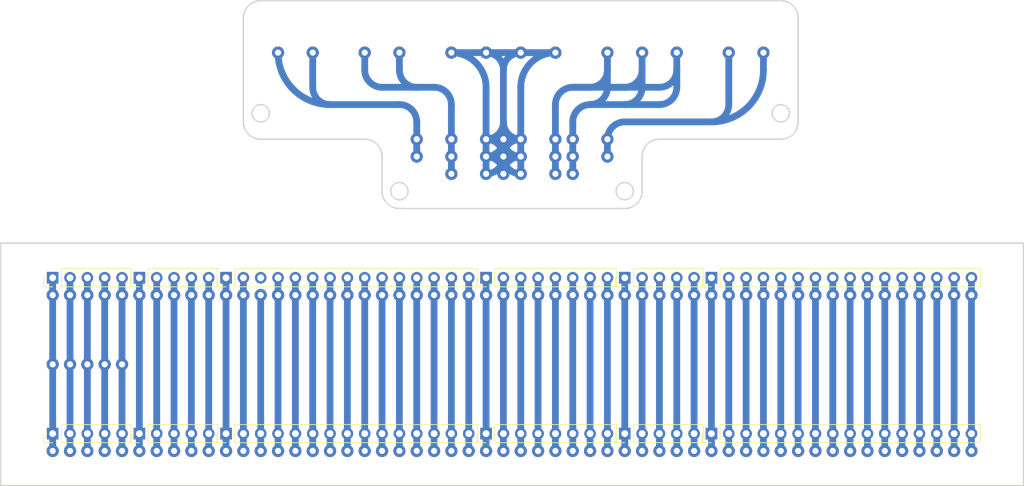
<source format=kicad_pcb>
(kicad_pcb (version 20241229) (generator "pcbnew") (generator_version "9.0")
  (layers (0 "F.Cu" signal) (2 "B.Cu" signal) (13 "F.Paste" user) (15 "B.Paste" user) (5 "F.SilkS" user "F.Silkscreen") (7 "B.SilkS" user "B.Silkscreen") (1 "F.Mask" user) (3 "B.Mask" user) (25 "Edge.Cuts" user))
  (net 0 "")
  (net 1 "/AD15")
  (net 2 "/AD2")
  (net 3 "/AD1")
  (net 4 "/AD8")
  (net 5 "/AD3")
  (net 6 "/AD14")
  (net 7 "/AD5")
  (net 8 "/AD10")
  (net 9 "/AD7")
  (net 10 "/AD9")
  (net 11 "/AD6")
  (net 12 "/AD4")
  (net 13 "/{slash}MEMIN")
  (net 14 "/HOLDA")
  (net 15 "/DBIN")
  (net 16 "/{slash}HOLD")
  (net 17 "/{slash}RESET")
  (net 18 "/READY")
  (net 19 "/WAIT")
  (net 20 "/{slash}WE")
  (net 21 "/AD13")
  (net 22 "/DA7")
  (net 23 "/DA6")
  (net 24 "/DA3")
  (net 25 "/DA8")
  (net 26 "/AD11")
  (net 27 "/AD12")
  (net 28 "/DA13")
  (net 29 "/DA10")
  (net 30 "/DA15")
  (net 31 "/DA5")
  (net 32 "/DA2")
  (net 33 "/DA12")
  (net 34 "/DA1")
  (net 35 "/DA9")
  (net 36 "/DA4")
  (net 37 "/DA11")
  (net 38 "/DA0")
  (net 39 "/IC3")
  (net 40 "/DA14")
  (net 41 "/IC1")
  (net 42 "Net-(J32-Pin_1)")
  (net 43 "Net-(J32-Pin_2)")
  (net 44 "/IRQ")
  (net 45 "Net-(J32-Pin_4)")
  (net 46 "Net-(J32-Pin_3)")
  (net 47 "Net-(J32-Pin_5)")
  (net 48 "/IC0")
  (net 49 "/IC2")
  (net 50 "unconnected-(J31-Pin_1-Pad1)")
  (net 51 "unconnected-(J31-Pin_2-Pad2)")
  (net 52 "unconnected-(J31-Pin_3-Pad3)")
  (net 53 "unconnected-(J31-Pin_4-Pad4)")
  (net 54 "unconnected-(J31-Pin_5-Pad5)")
  (footprint "Connector_PinHeader_2.54mm:PinHeader_1x05_P2.54mm_Vertical" (layer "F.Cu") (at 142.24 106.68 90)
    (property "Reference" "J26" (hide yes))
    (property "Value" "Conn_01x05_Pin" (hide yes))
    (fp_line (start -1.33 -1.33) (end 0 -1.33) (stroke (width 0.12)) (layer "F.SilkS"))
    (fp_line (start -1.33 0) (end -1.33 -1.33) (stroke (width 0.12)) (layer "F.SilkS"))
    (fp_line (start 1.33 1.27) (end 1.33 11.49) (stroke (width 0.12)) (layer "F.SilkS"))
    (fp_line (start -1.33 1.27) (end 1.33 1.27) (stroke (width 0.12)) (layer "F.SilkS"))
    (fp_line (start -1.33 1.27) (end -1.33 11.49) (stroke (width 0.12)) (layer "F.SilkS"))
    (fp_line (start -1.33 11.49) (end 1.33 11.49) (stroke (width 0.12)) (layer "F.SilkS"))
    (pad "1" thru_hole rect (at 0 0 90) (size 1.7 1.7) (drill 1) (layers "*.Cu" "*.Mask") (net 44 "/IRQ"))
    (pad "2" thru_hole oval (at 0 2.54 90) (size 1.7 1.7) (drill 1) (layers "*.Cu" "*.Mask") (net 48 "/IC0"))
    (pad "3" thru_hole oval (at 0 5.08 90) (size 1.7 1.7) (drill 1) (layers "*.Cu" "*.Mask") (net 41 "/IC1"))
    (pad "4" thru_hole oval (at 0 7.62 90) (size 1.7 1.7) (drill 1) (layers "*.Cu" "*.Mask") (net 49 "/IC2"))
    (pad "5" thru_hole oval (at 0 10.16 90) (size 1.7 1.7) (drill 1) (layers "*.Cu" "*.Mask") (net 39 "/IC3"))
  )
  (footprint "Connector_PinHeader_2.54mm:PinHeader_1x05_P2.54mm_Vertical" (layer "F.Cu") (at 71.12 129.54 90)
    (property "Reference" "J31" (hide yes))
    (property "Value" "Conn_01x05_Pin" (hide yes))
    (fp_line (start -1.33 -1.33) (end 0 -1.33) (stroke (width 0.12)) (layer "F.SilkS"))
    (fp_line (start -1.33 0) (end -1.33 -1.33) (stroke (width 0.12)) (layer "F.SilkS"))
    (fp_line (start 1.33 1.27) (end 1.33 11.49) (stroke (width 0.12)) (layer "F.SilkS"))
    (fp_line (start -1.33 1.27) (end 1.33 1.27) (stroke (width 0.12)) (layer "F.SilkS"))
    (fp_line (start -1.33 1.27) (end -1.33 11.49) (stroke (width 0.12)) (layer "F.SilkS"))
    (fp_line (start -1.33 11.49) (end 1.33 11.49) (stroke (width 0.12)) (layer "F.SilkS"))
    (pad "1" thru_hole rect (at 0 0 90) (size 1.7 1.7) (drill 1) (layers "*.Cu" "*.Mask") (net 50 "unconnected-(J31-Pin_1-Pad1)"))
    (pad "2" thru_hole oval (at 0 2.54 90) (size 1.7 1.7) (drill 1) (layers "*.Cu" "*.Mask") (net 51 "unconnected-(J31-Pin_2-Pad2)"))
    (pad "3" thru_hole oval (at 0 5.08 90) (size 1.7 1.7) (drill 1) (layers "*.Cu" "*.Mask") (net 52 "unconnected-(J31-Pin_3-Pad3)"))
    (pad "4" thru_hole oval (at 0 7.62 90) (size 1.7 1.7) (drill 1) (layers "*.Cu" "*.Mask") (net 53 "unconnected-(J31-Pin_4-Pad4)"))
    (pad "5" thru_hole oval (at 0 10.16 90) (size 1.7 1.7) (drill 1) (layers "*.Cu" "*.Mask") (net 54 "unconnected-(J31-Pin_5-Pad5)"))
  )
  (footprint "Connector_PinHeader_2.54mm:PinHeader_1x15_P2.54mm_Vertical" (layer "F.Cu") (at 83.82 106.68 90)
    (property "Reference" "J24" (hide yes))
    (property "Value" "Conn_01x15_Pin" (hide yes))
    (fp_line (start -1.33 -1.33) (end 0 -1.33) (stroke (width 0.12)) (layer "F.SilkS"))
    (fp_line (start -1.33 0) (end -1.33 -1.33) (stroke (width 0.12)) (layer "F.SilkS"))
    (fp_line (start 1.33 1.27) (end 1.33 36.89) (stroke (width 0.12)) (layer "F.SilkS"))
    (fp_line (start -1.33 1.27) (end 1.33 1.27) (stroke (width 0.12)) (layer "F.SilkS"))
    (fp_line (start -1.33 1.27) (end -1.33 36.89) (stroke (width 0.12)) (layer "F.SilkS"))
    (fp_line (start -1.33 36.89) (end 1.33 36.89) (stroke (width 0.12)) (layer "F.SilkS"))
    (pad "1" thru_hole rect (at 0 0 90) (size 1.7 1.7) (drill 1) (layers "*.Cu" "*.Mask") (net 3 "/AD1"))
    (pad "2" thru_hole oval (at 0 2.54 90) (size 1.7 1.7) (drill 1) (layers "*.Cu" "*.Mask") (net 2 "/AD2"))
    (pad "3" thru_hole oval (at 0 5.08 90) (size 1.7 1.7) (drill 1) (layers "*.Cu" "*.Mask") (net 5 "/AD3"))
    (pad "4" thru_hole oval (at 0 7.62 90) (size 1.7 1.7) (drill 1) (layers "*.Cu" "*.Mask") (net 12 "/AD4"))
    (pad "5" thru_hole oval (at 0 10.16 90) (size 1.7 1.7) (drill 1) (layers "*.Cu" "*.Mask") (net 7 "/AD5"))
    (pad "6" thru_hole oval (at 0 12.7 90) (size 1.7 1.7) (drill 1) (layers "*.Cu" "*.Mask") (net 11 "/AD6"))
    (pad "7" thru_hole oval (at 0 15.24 90) (size 1.7 1.7) (drill 1) (layers "*.Cu" "*.Mask") (net 9 "/AD7"))
    (pad "8" thru_hole oval (at 0 17.78 90) (size 1.7 1.7) (drill 1) (layers "*.Cu" "*.Mask") (net 4 "/AD8"))
    (pad "9" thru_hole oval (at 0 20.32 90) (size 1.7 1.7) (drill 1) (layers "*.Cu" "*.Mask") (net 10 "/AD9"))
    (pad "10" thru_hole oval (at 0 22.86 90) (size 1.7 1.7) (drill 1) (layers "*.Cu" "*.Mask") (net 8 "/AD10"))
    (pad "11" thru_hole oval (at 0 25.4 90) (size 1.7 1.7) (drill 1) (layers "*.Cu" "*.Mask") (net 26 "/AD11"))
    (pad "12" thru_hole oval (at 0 27.94 90) (size 1.7 1.7) (drill 1) (layers "*.Cu" "*.Mask") (net 27 "/AD12"))
    (pad "13" thru_hole oval (at 0 30.48 90) (size 1.7 1.7) (drill 1) (layers "*.Cu" "*.Mask") (net 21 "/AD13"))
    (pad "14" thru_hole oval (at 0 33.02 90) (size 1.7 1.7) (drill 1) (layers "*.Cu" "*.Mask") (net 6 "/AD14"))
    (pad "15" thru_hole oval (at 0 35.56 90) (size 1.7 1.7) (drill 1) (layers "*.Cu" "*.Mask") (net 1 "/AD15"))
  )
  (footprint "Connector_PinHeader_2.54mm:PinHeader_1x15_P2.54mm_Vertical" (layer "F.Cu") (at 83.82 129.54 90)
    (property "Reference" "J24" (hide yes))
    (property "Value" "Conn_01x15_Pin" (hide yes))
    (fp_line (start -1.33 -1.33) (end 0 -1.33) (stroke (width 0.12)) (layer "F.SilkS"))
    (fp_line (start -1.33 0) (end -1.33 -1.33) (stroke (width 0.12)) (layer "F.SilkS"))
    (fp_line (start 1.33 1.27) (end 1.33 36.89) (stroke (width 0.12)) (layer "F.SilkS"))
    (fp_line (start -1.33 1.27) (end 1.33 1.27) (stroke (width 0.12)) (layer "F.SilkS"))
    (fp_line (start -1.33 1.27) (end -1.33 36.89) (stroke (width 0.12)) (layer "F.SilkS"))
    (fp_line (start -1.33 36.89) (end 1.33 36.89) (stroke (width 0.12)) (layer "F.SilkS"))
    (pad "1" thru_hole rect (at 0 0 90) (size 1.7 1.7) (drill 1) (layers "*.Cu" "*.Mask") (net 3 "/AD1"))
    (pad "2" thru_hole oval (at 0 2.54 90) (size 1.7 1.7) (drill 1) (layers "*.Cu" "*.Mask") (net 2 "/AD2"))
    (pad "3" thru_hole oval (at 0 5.08 90) (size 1.7 1.7) (drill 1) (layers "*.Cu" "*.Mask") (net 5 "/AD3"))
    (pad "4" thru_hole oval (at 0 7.62 90) (size 1.7 1.7) (drill 1) (layers "*.Cu" "*.Mask") (net 12 "/AD4"))
    (pad "5" thru_hole oval (at 0 10.16 90) (size 1.7 1.7) (drill 1) (layers "*.Cu" "*.Mask") (net 7 "/AD5"))
    (pad "6" thru_hole oval (at 0 12.7 90) (size 1.7 1.7) (drill 1) (layers "*.Cu" "*.Mask") (net 11 "/AD6"))
    (pad "7" thru_hole oval (at 0 15.24 90) (size 1.7 1.7) (drill 1) (layers "*.Cu" "*.Mask") (net 9 "/AD7"))
    (pad "8" thru_hole oval (at 0 17.78 90) (size 1.7 1.7) (drill 1) (layers "*.Cu" "*.Mask") (net 4 "/AD8"))
    (pad "9" thru_hole oval (at 0 20.32 90) (size 1.7 1.7) (drill 1) (layers "*.Cu" "*.Mask") (net 10 "/AD9"))
    (pad "10" thru_hole oval (at 0 22.86 90) (size 1.7 1.7) (drill 1) (layers "*.Cu" "*.Mask") (net 8 "/AD10"))
    (pad "11" thru_hole oval (at 0 25.4 90) (size 1.7 1.7) (drill 1) (layers "*.Cu" "*.Mask") (net 26 "/AD11"))
    (pad "12" thru_hole oval (at 0 27.94 90) (size 1.7 1.7) (drill 1) (layers "*.Cu" "*.Mask") (net 27 "/AD12"))
    (pad "13" thru_hole oval (at 0 30.48 90) (size 1.7 1.7) (drill 1) (layers "*.Cu" "*.Mask") (net 21 "/AD13"))
    (pad "14" thru_hole oval (at 0 33.02 90) (size 1.7 1.7) (drill 1) (layers "*.Cu" "*.Mask") (net 6 "/AD14"))
    (pad "15" thru_hole oval (at 0 35.56 90) (size 1.7 1.7) (drill 1) (layers "*.Cu" "*.Mask") (net 1 "/AD15"))
  )
  (footprint "Connector_PinHeader_2.54mm:PinHeader_1x16_P2.54mm_Vertical" (layer "F.Cu") (at 154.94 129.54 90)
    (property "Reference" "J23" (hide yes))
    (property "Value" "Conn_01x16_Pin" (hide yes))
    (fp_line (start -1.33 -1.33) (end 0 -1.33) (stroke (width 0.12)) (layer "F.SilkS"))
    (fp_line (start -1.33 0) (end -1.33 -1.33) (stroke (width 0.12)) (layer "F.SilkS"))
    (fp_line (start 1.33 1.27) (end 1.33 39.43) (stroke (width 0.12)) (layer "F.SilkS"))
    (fp_line (start -1.33 1.27) (end 1.33 1.27) (stroke (width 0.12)) (layer "F.SilkS"))
    (fp_line (start -1.33 1.27) (end -1.33 39.43) (stroke (width 0.12)) (layer "F.SilkS"))
    (fp_line (start -1.33 39.43) (end 1.33 39.43) (stroke (width 0.12)) (layer "F.SilkS"))
    (pad "1" thru_hole rect (at 0 0 90) (size 1.7 1.7) (drill 1) (layers "*.Cu" "*.Mask") (net 38 "/DA0"))
    (pad "2" thru_hole oval (at 0 2.54 90) (size 1.7 1.7) (drill 1) (layers "*.Cu" "*.Mask") (net 34 "/DA1"))
    (pad "3" thru_hole oval (at 0 5.08 90) (size 1.7 1.7) (drill 1) (layers "*.Cu" "*.Mask") (net 32 "/DA2"))
    (pad "4" thru_hole oval (at 0 7.62 90) (size 1.7 1.7) (drill 1) (layers "*.Cu" "*.Mask") (net 24 "/DA3"))
    (pad "5" thru_hole oval (at 0 10.16 90) (size 1.7 1.7) (drill 1) (layers "*.Cu" "*.Mask") (net 36 "/DA4"))
    (pad "6" thru_hole oval (at 0 12.7 90) (size 1.7 1.7) (drill 1) (layers "*.Cu" "*.Mask") (net 31 "/DA5"))
    (pad "7" thru_hole oval (at 0 15.24 90) (size 1.7 1.7) (drill 1) (layers "*.Cu" "*.Mask") (net 23 "/DA6"))
    (pad "8" thru_hole oval (at 0 17.78 90) (size 1.7 1.7) (drill 1) (layers "*.Cu" "*.Mask") (net 22 "/DA7"))
    (pad "9" thru_hole oval (at 0 20.32 90) (size 1.7 1.7) (drill 1) (layers "*.Cu" "*.Mask") (net 25 "/DA8"))
    (pad "10" thru_hole oval (at 0 22.86 90) (size 1.7 1.7) (drill 1) (layers "*.Cu" "*.Mask") (net 35 "/DA9"))
    (pad "11" thru_hole oval (at 0 25.4 90) (size 1.7 1.7) (drill 1) (layers "*.Cu" "*.Mask") (net 29 "/DA10"))
    (pad "12" thru_hole oval (at 0 27.94 90) (size 1.7 1.7) (drill 1) (layers "*.Cu" "*.Mask") (net 37 "/DA11"))
    (pad "13" thru_hole oval (at 0 30.48 90) (size 1.7 1.7) (drill 1) (layers "*.Cu" "*.Mask") (net 33 "/DA12"))
    (pad "14" thru_hole oval (at 0 33.02 90) (size 1.7 1.7) (drill 1) (layers "*.Cu" "*.Mask") (net 28 "/DA13"))
    (pad "15" thru_hole oval (at 0 35.56 90) (size 1.7 1.7) (drill 1) (layers "*.Cu" "*.Mask") (net 40 "/DA14"))
    (pad "16" thru_hole oval (at 0 38.1 90) (size 1.7 1.7) (drill 1) (layers "*.Cu" "*.Mask") (net 30 "/DA15"))
  )
  (footprint "Connector_PinHeader_2.54mm:PinHeader_1x05_P2.54mm_Vertical" (layer "F.Cu") (at 71.12 106.68 90)
    (property "Reference" "J31" (hide yes))
    (property "Value" "Conn_01x05_Pin" (hide yes))
    (fp_line (start -1.33 -1.33) (end 0 -1.33) (stroke (width 0.12)) (layer "F.SilkS"))
    (fp_line (start -1.33 0) (end -1.33 -1.33) (stroke (width 0.12)) (layer "F.SilkS"))
    (fp_line (start 1.33 1.27) (end 1.33 11.49) (stroke (width 0.12)) (layer "F.SilkS"))
    (fp_line (start -1.33 1.27) (end 1.33 1.27) (stroke (width 0.12)) (layer "F.SilkS"))
    (fp_line (start -1.33 1.27) (end -1.33 11.49) (stroke (width 0.12)) (layer "F.SilkS"))
    (fp_line (start -1.33 11.49) (end 1.33 11.49) (stroke (width 0.12)) (layer "F.SilkS"))
    (pad "1" thru_hole rect (at 0 0 90) (size 1.7 1.7) (drill 1) (layers "*.Cu" "*.Mask") (net 50 "unconnected-(J31-Pin_1-Pad1)"))
    (pad "2" thru_hole oval (at 0 2.54 90) (size 1.7 1.7) (drill 1) (layers "*.Cu" "*.Mask") (net 51 "unconnected-(J31-Pin_2-Pad2)"))
    (pad "3" thru_hole oval (at 0 5.08 90) (size 1.7 1.7) (drill 1) (layers "*.Cu" "*.Mask") (net 52 "unconnected-(J31-Pin_3-Pad3)"))
    (pad "4" thru_hole oval (at 0 7.62 90) (size 1.7 1.7) (drill 1) (layers "*.Cu" "*.Mask") (net 53 "unconnected-(J31-Pin_4-Pad4)"))
    (pad "5" thru_hole oval (at 0 10.16 90) (size 1.7 1.7) (drill 1) (layers "*.Cu" "*.Mask") (net 54 "unconnected-(J31-Pin_5-Pad5)"))
  )
  (footprint "Connector_PinHeader_2.54mm:PinHeader_1x05_P2.54mm_Vertical" (layer "F.Cu") (at 58.42 106.68 90)
    (property "Reference" "J36" (hide yes))
    (property "Value" "Conn_01x05_Pin" (hide yes))
    (fp_line (start -1.33 -1.33) (end 0 -1.33) (stroke (width 0.12)) (layer "F.SilkS"))
    (fp_line (start -1.33 0) (end -1.33 -1.33) (stroke (width 0.12)) (layer "F.SilkS"))
    (fp_line (start 1.33 1.27) (end 1.33 11.49) (stroke (width 0.12)) (layer "F.SilkS"))
    (fp_line (start -1.33 1.27) (end 1.33 1.27) (stroke (width 0.12)) (layer "F.SilkS"))
    (fp_line (start -1.33 1.27) (end -1.33 11.49) (stroke (width 0.12)) (layer "F.SilkS"))
    (fp_line (start -1.33 11.49) (end 1.33 11.49) (stroke (width 0.12)) (layer "F.SilkS"))
    (pad "1" thru_hole rect (at 0 0 90) (size 1.7 1.7) (drill 1) (layers "*.Cu" "*.Mask") (net 42 "Net-(J32-Pin_1)"))
    (pad "2" thru_hole oval (at 0 2.54 90) (size 1.7 1.7) (drill 1) (layers "*.Cu" "*.Mask") (net 43 "Net-(J32-Pin_2)"))
    (pad "3" thru_hole oval (at 0 5.08 90) (size 1.7 1.7) (drill 1) (layers "*.Cu" "*.Mask") (net 46 "Net-(J32-Pin_3)"))
    (pad "4" thru_hole oval (at 0 7.62 90) (size 1.7 1.7) (drill 1) (layers "*.Cu" "*.Mask") (net 45 "Net-(J32-Pin_4)"))
    (pad "5" thru_hole oval (at 0 10.16 90) (size 1.7 1.7) (drill 1) (layers "*.Cu" "*.Mask") (net 47 "Net-(J32-Pin_5)"))
  )
  (footprint "Connector_PinHeader_2.54mm:PinHeader_1x16_P2.54mm_Vertical" (layer "F.Cu") (at 154.94 106.68 90)
    (property "Reference" "J23" (hide yes))
    (property "Value" "Conn_01x16_Pin" (hide yes))
    (fp_line (start -1.33 -1.33) (end 0 -1.33) (stroke (width 0.12)) (layer "F.SilkS"))
    (fp_line (start -1.33 0) (end -1.33 -1.33) (stroke (width 0.12)) (layer "F.SilkS"))
    (fp_line (start 1.33 1.27) (end 1.33 39.43) (stroke (width 0.12)) (layer "F.SilkS"))
    (fp_line (start -1.33 1.27) (end 1.33 1.27) (stroke (width 0.12)) (layer "F.SilkS"))
    (fp_line (start -1.33 1.27) (end -1.33 39.43) (stroke (width 0.12)) (layer "F.SilkS"))
    (fp_line (start -1.33 39.43) (end 1.33 39.43) (stroke (width 0.12)) (layer "F.SilkS"))
    (pad "1" thru_hole rect (at 0 0 90) (size 1.7 1.7) (drill 1) (layers "*.Cu" "*.Mask") (net 38 "/DA0"))
    (pad "2" thru_hole oval (at 0 2.54 90) (size 1.7 1.7) (drill 1) (layers "*.Cu" "*.Mask") (net 34 "/DA1"))
    (pad "3" thru_hole oval (at 0 5.08 90) (size 1.7 1.7) (drill 1) (layers "*.Cu" "*.Mask") (net 32 "/DA2"))
    (pad "4" thru_hole oval (at 0 7.62 90) (size 1.7 1.7) (drill 1) (layers "*.Cu" "*.Mask") (net 24 "/DA3"))
    (pad "5" thru_hole oval (at 0 10.16 90) (size 1.7 1.7) (drill 1) (layers "*.Cu" "*.Mask") (net 36 "/DA4"))
    (pad "6" thru_hole oval (at 0 12.7 90) (size 1.7 1.7) (drill 1) (layers "*.Cu" "*.Mask") (net 31 "/DA5"))
    (pad "7" thru_hole oval (at 0 15.24 90) (size 1.7 1.7) (drill 1) (layers "*.Cu" "*.Mask") (net 23 "/DA6"))
    (pad "8" thru_hole oval (at 0 17.78 90) (size 1.7 1.7) (drill 1) (layers "*.Cu" "*.Mask") (net 22 "/DA7"))
    (pad "9" thru_hole oval (at 0 20.32 90) (size 1.7 1.7) (drill 1) (layers "*.Cu" "*.Mask") (net 25 "/DA8"))
    (pad "10" thru_hole oval (at 0 22.86 90) (size 1.7 1.7) (drill 1) (layers "*.Cu" "*.Mask") (net 35 "/DA9"))
    (pad "11" thru_hole oval (at 0 25.4 90) (size 1.7 1.7) (drill 1) (layers "*.Cu" "*.Mask") (net 29 "/DA10"))
    (pad "12" thru_hole oval (at 0 27.94 90) (size 1.7 1.7) (drill 1) (layers "*.Cu" "*.Mask") (net 37 "/DA11"))
    (pad "13" thru_hole oval (at 0 30.48 90) (size 1.7 1.7) (drill 1) (layers "*.Cu" "*.Mask") (net 33 "/DA12"))
    (pad "14" thru_hole oval (at 0 33.02 90) (size 1.7 1.7) (drill 1) (layers "*.Cu" "*.Mask") (net 28 "/DA13"))
    (pad "15" thru_hole oval (at 0 35.56 90) (size 1.7 1.7) (drill 1) (layers "*.Cu" "*.Mask") (net 40 "/DA14"))
    (pad "16" thru_hole oval (at 0 38.1 90) (size 1.7 1.7) (drill 1) (layers "*.Cu" "*.Mask") (net 30 "/DA15"))
  )
  (footprint "Connector_PinHeader_2.54mm:PinHeader_1x05_P2.54mm_Vertical" (layer "F.Cu") (at 142.24 129.54 90)
    (property "Reference" "J26" (hide yes))
    (property "Value" "Conn_01x05_Pin" (hide yes))
    (fp_line (start -1.33 -1.33) (end 0 -1.33) (stroke (width 0.12)) (layer "F.SilkS"))
    (fp_line (start -1.33 0) (end -1.33 -1.33) (stroke (width 0.12)) (layer "F.SilkS"))
    (fp_line (start 1.33 1.27) (end 1.33 11.49) (stroke (width 0.12)) (layer "F.SilkS"))
    (fp_line (start -1.33 1.27) (end 1.33 1.27) (stroke (width 0.12)) (layer "F.SilkS"))
    (fp_line (start -1.33 1.27) (end -1.33 11.49) (stroke (width 0.12)) (layer "F.SilkS"))
    (fp_line (start -1.33 11.49) (end 1.33 11.49) (stroke (width 0.12)) (layer "F.SilkS"))
    (pad "1" thru_hole rect (at 0 0 90) (size 1.7 1.7) (drill 1) (layers "*.Cu" "*.Mask") (net 44 "/IRQ"))
    (pad "2" thru_hole oval (at 0 2.54 90) (size 1.7 1.7) (drill 1) (layers "*.Cu" "*.Mask") (net 48 "/IC0"))
    (pad "3" thru_hole oval (at 0 5.08 90) (size 1.7 1.7) (drill 1) (layers "*.Cu" "*.Mask") (net 41 "/IC1"))
    (pad "4" thru_hole oval (at 0 7.62 90) (size 1.7 1.7) (drill 1) (layers "*.Cu" "*.Mask") (net 49 "/IC2"))
    (pad "5" thru_hole oval (at 0 10.16 90) (size 1.7 1.7) (drill 1) (layers "*.Cu" "*.Mask") (net 39 "/IC3"))
  )
  (footprint "Connector_PinHeader_2.54mm:PinHeader_1x08_P2.54mm_Vertical" (layer "F.Cu") (at 121.92 106.68 90)
    (property "Reference" "J25" (hide yes))
    (property "Value" "Conn_01x08_Pin" (hide yes))
    (fp_line (start -1.33 -1.33) (end 0 -1.33) (stroke (width 0.12)) (layer "F.SilkS"))
    (fp_line (start -1.33 0) (end -1.33 -1.33) (stroke (width 0.12)) (layer "F.SilkS"))
    (fp_line (start 1.33 1.27) (end 1.33 19.11) (stroke (width 0.12)) (layer "F.SilkS"))
    (fp_line (start -1.33 1.27) (end 1.33 1.27) (stroke (width 0.12)) (layer "F.SilkS"))
    (fp_line (start -1.33 1.27) (end -1.33 19.11) (stroke (width 0.12)) (layer "F.SilkS"))
    (fp_line (start -1.33 19.11) (end 1.33 19.11) (stroke (width 0.12)) (layer "F.SilkS"))
    (pad "1" thru_hole rect (at 0 0 90) (size 1.7 1.7) (drill 1) (layers "*.Cu" "*.Mask") (net 15 "/DBIN"))
    (pad "2" thru_hole oval (at 0 2.54 90) (size 1.7 1.7) (drill 1) (layers "*.Cu" "*.Mask") (net 13 "/{slash}MEMIN"))
    (pad "3" thru_hole oval (at 0 5.08 90) (size 1.7 1.7) (drill 1) (layers "*.Cu" "*.Mask") (net 18 "/READY"))
    (pad "4" thru_hole oval (at 0 7.62 90) (size 1.7 1.7) (drill 1) (layers "*.Cu" "*.Mask") (net 20 "/{slash}WE"))
    (pad "5" thru_hole oval (at 0 10.16 90) (size 1.7 1.7) (drill 1) (layers "*.Cu" "*.Mask") (net 16 "/{slash}HOLD"))
    (pad "6" thru_hole oval (at 0 12.7 90) (size 1.7 1.7) (drill 1) (layers "*.Cu" "*.Mask") (net 19 "/WAIT"))
    (pad "7" thru_hole oval (at 0 15.24 90) (size 1.7 1.7) (drill 1) (layers "*.Cu" "*.Mask") (net 14 "/HOLDA"))
    (pad "8" thru_hole oval (at 0 17.78 90) (size 1.7 1.7) (drill 1) (layers "*.Cu" "*.Mask") (net 17 "/{slash}RESET"))
  )
  (footprint "Connector_PinHeader_2.54mm:PinHeader_1x05_P2.54mm_Vertical" (layer "F.Cu") (at 58.42 129.54 90)
    (property "Reference" "J36" (hide yes))
    (property "Value" "Conn_01x05_Pin" (hide yes))
    (fp_line (start -1.33 -1.33) (end 0 -1.33) (stroke (width 0.12)) (layer "F.SilkS"))
    (fp_line (start -1.33 0) (end -1.33 -1.33) (stroke (width 0.12)) (layer "F.SilkS"))
    (fp_line (start 1.33 1.27) (end 1.33 11.49) (stroke (width 0.12)) (layer "F.SilkS"))
    (fp_line (start -1.33 1.27) (end 1.33 1.27) (stroke (width 0.12)) (layer "F.SilkS"))
    (fp_line (start -1.33 1.27) (end -1.33 11.49) (stroke (width 0.12)) (layer "F.SilkS"))
    (fp_line (start -1.33 11.49) (end 1.33 11.49) (stroke (width 0.12)) (layer "F.SilkS"))
    (pad "1" thru_hole rect (at 0 0 90) (size 1.7 1.7) (drill 1) (layers "*.Cu" "*.Mask") (net 42 "Net-(J32-Pin_1)"))
    (pad "2" thru_hole oval (at 0 2.54 90) (size 1.7 1.7) (drill 1) (layers "*.Cu" "*.Mask") (net 43 "Net-(J32-Pin_2)"))
    (pad "3" thru_hole oval (at 0 5.08 90) (size 1.7 1.7) (drill 1) (layers "*.Cu" "*.Mask") (net 46 "Net-(J32-Pin_3)"))
    (pad "4" thru_hole oval (at 0 7.62 90) (size 1.7 1.7) (drill 1) (layers "*.Cu" "*.Mask") (net 45 "Net-(J32-Pin_4)"))
    (pad "5" thru_hole oval (at 0 10.16 90) (size 1.7 1.7) (drill 1) (layers "*.Cu" "*.Mask") (net 47 "Net-(J32-Pin_5)"))
  )
  (footprint "Connector_PinHeader_2.54mm:PinHeader_1x08_P2.54mm_Vertical" (layer "F.Cu") (at 121.92 129.54 90)
    (property "Reference" "J25" (hide yes))
    (property "Value" "Conn_01x08_Pin" (hide yes))
    (fp_line (start -1.33 -1.33) (end 0 -1.33) (stroke (width 0.12)) (layer "F.SilkS"))
    (fp_line (start -1.33 0) (end -1.33 -1.33) (stroke (width 0.12)) (layer "F.SilkS"))
    (fp_line (start 1.33 1.27) (end 1.33 19.11) (stroke (width 0.12)) (layer "F.SilkS"))
    (fp_line (start -1.33 1.27) (end 1.33 1.27) (stroke (width 0.12)) (layer "F.SilkS"))
    (fp_line (start -1.33 1.27) (end -1.33 19.11) (stroke (width 0.12)) (layer "F.SilkS"))
    (fp_line (start -1.33 19.11) (end 1.33 19.11) (stroke (width 0.12)) (layer "F.SilkS"))
    (pad "1" thru_hole rect (at 0 0 90) (size 1.7 1.7) (drill 1) (layers "*.Cu" "*.Mask") (net 15 "/DBIN"))
    (pad "2" thru_hole oval (at 0 2.54 90) (size 1.7 1.7) (drill 1) (layers "*.Cu" "*.Mask") (net 13 "/{slash}MEMIN"))
    (pad "3" thru_hole oval (at 0 5.08 90) (size 1.7 1.7) (drill 1) (layers "*.Cu" "*.Mask") (net 18 "/READY"))
    (pad "4" thru_hole oval (at 0 7.62 90) (size 1.7 1.7) (drill 1) (layers "*.Cu" "*.Mask") (net 20 "/{slash}WE"))
    (pad "5" thru_hole oval (at 0 10.16 90) (size 1.7 1.7) (drill 1) (layers "*.Cu" "*.Mask") (net 16 "/{slash}HOLD"))
    (pad "6" thru_hole oval (at 0 12.7 90) (size 1.7 1.7) (drill 1) (layers "*.Cu" "*.Mask") (net 19 "/WAIT"))
    (pad "7" thru_hole oval (at 0 15.24 90) (size 1.7 1.7) (drill 1) (layers "*.Cu" "*.Mask") (net 14 "/HOLDA"))
    (pad "8" thru_hole oval (at 0 17.78 90) (size 1.7 1.7) (drill 1) (layers "*.Cu" "*.Mask") (net 17 "/{slash}RESET"))
  )
  (gr_arc (start 165.1 66.04) (mid 166.896051 66.783949) (end 167.64 68.58) (stroke (width 0.2)) (layer "Edge.Cuts"))
  (gr_line (start 106.68 93.98) (end 106.68 88.9) (stroke (width 0.2)) (layer "Edge.Cuts"))
  (gr_arc (start 144.78 93.98) (mid 144.036051 95.776051) (end 142.24 96.52) (stroke (width 0.2)) (layer "Edge.Cuts"))
  (gr_arc (start 109.22 96.52) (mid 107.423949 95.776051) (end 106.68 93.98) (stroke (width 0.2)) (layer "Edge.Cuts"))
  (gr_arc (start 88.899997 86.359999) (mid 87.103946 85.61605) (end 86.359997 83.819999) (stroke (width 0.2)) (layer "Edge.Cuts"))
  (gr_arc (start 167.64 83.82) (mid 166.896051 85.616051) (end 165.1 86.36) (stroke (width 0.2)) (layer "Edge.Cuts"))
  (gr_line (start 167.64 68.58) (end 167.64 83.82) (stroke (width 0.2)) (layer "Edge.Cuts"))
  (gr_arc (start 104.14 86.36) (mid 105.936051 87.103949) (end 106.68 88.9) (stroke (width 0.2)) (layer "Edge.Cuts"))
  (gr_line (start 86.359999 83.819999) (end 86.360001 68.58) (stroke (width 0.2)) (layer "Edge.Cuts"))
  (gr_circle (center 109.22 93.98) (end 110.49 93.98) (stroke (width 0.2)) (fill no) (layer "Edge.Cuts"))
  (gr_line (start 88.9 66.04) (end 165.1 66.04) (stroke (width 0.2)) (layer "Edge.Cuts"))
  (gr_line (start 144.78 88.9) (end 144.78 93.98) (stroke (width 0.2)) (layer "Edge.Cuts"))
  (gr_line (start 83.82 68.58) (end 83.819999 68.58) (stroke (width 0.05)) (layer "Edge.Cuts"))
  (gr_arc (start 86.36 68.58) (mid 87.103949 66.783949) (end 88.9 66.04) (stroke (width 0.2)) (layer "Edge.Cuts"))
  (gr_circle (center 88.9 82.55) (end 90.17 82.55) (stroke (width 0.2)) (fill no) (layer "Edge.Cuts"))
  (gr_rect (start 50.8 101.6) (end 200.66 137.16) (stroke (width 0.2)) (fill no) (layer "Edge.Cuts"))
  (gr_line (start 165.1 86.36) (end 147.32 86.36) (stroke (width 0.2)) (layer "Edge.Cuts"))
  (gr_line (start 142.24 96.52) (end 109.22 96.52) (stroke (width 0.2)) (layer "Edge.Cuts"))
  (gr_arc (start 144.78 88.9) (mid 145.523949 87.103949) (end 147.32 86.36) (stroke (width 0.2)) (layer "Edge.Cuts"))
  (gr_line (start 104.14 86.36) (end 88.899997 86.359999) (stroke (width 0.2)) (layer "Edge.Cuts"))
  (gr_circle (center 142.24 93.98) (end 143.51 93.98) (stroke (width 0.2)) (fill no) (layer "Edge.Cuts"))
  (gr_circle (center 165.1 82.55) (end 166.37 82.55) (stroke (width 0.2)) (fill no) (layer "Edge.Cuts"))
  (via (at 116.84 88.9) (size 1.8) (drill 0.9) (layers "F.Cu" "B.Cu") (net 0))
  (via (at 116.84 73.66) (size 1.8) (drill 0.9) (layers "F.Cu" "B.Cu") (net 0))
  (via (at 116.84 91.44) (size 1.8) (drill 0.9) (layers "F.Cu" "B.Cu") (net 0))
  (via (at 124.46 86.36) (size 1.8) (drill 0.9) (layers "F.Cu" "B.Cu") (net 0))
  (via (at 121.92 73.66) (size 1.8) (drill 0.9) (layers "F.Cu" "B.Cu") (net 0))
  (via (at 121.92 86.36) (size 1.8) (drill 0.9) (layers "F.Cu" "B.Cu") (net 0))
  (via (at 157.48 73.66) (size 1.8) (drill 0.9) (layers "F.Cu" "B.Cu") (net 0))
  (via (at 127 88.9) (size 1.8) (drill 0.9) (layers "F.Cu" "B.Cu") (net 0))
  (via (at 127 86.36) (size 1.8) (drill 0.9) (layers "F.Cu" "B.Cu") (net 0))
  (via (at 104.14 73.66) (size 1.8) (drill 0.9) (layers "F.Cu" "B.Cu") (net 0))
  (via (at 149.86 73.66) (size 1.8) (drill 0.9) (layers "F.Cu" "B.Cu") (net 0))
  (via (at 111.76 86.36) (size 1.8) (drill 0.9) (layers "F.Cu" "B.Cu") (net 0))
  (via (at 139.7 88.9) (size 1.8) (drill 0.9) (layers "F.Cu" "B.Cu") (net 0))
  (via (at 109.22 73.66) (size 1.8) (drill 0.9) (layers "F.Cu" "B.Cu") (net 0))
  (via (at 124.46 91.44) (size 1.8) (drill 0.9) (layers "F.Cu" "B.Cu") (net 0))
  (via (at 132.08 88.9) (size 1.8) (drill 0.9) (layers "F.Cu" "B.Cu") (net 0))
  (via (at 134.62 86.36) (size 1.8) (drill 0.9) (layers "F.Cu" "B.Cu") (net 0))
  (via (at 96.52 73.66) (size 1.8) (drill 0.9) (layers "F.Cu" "B.Cu") (net 0))
  (via (at 144.78 73.66) (size 1.8) (drill 0.9) (layers "F.Cu" "B.Cu") (net 0))
  (via (at 116.84 86.36) (size 1.8) (drill 0.9) (layers "F.Cu" "B.Cu") (net 0))
  (via (at 132.08 91.44) (size 1.8) (drill 0.9) (layers "F.Cu" "B.Cu") (net 0))
  (via (at 124.46 88.9) (size 1.8) (drill 0.9) (layers "F.Cu" "B.Cu") (net 0))
  (via (at 111.76 88.9) (size 1.8) (drill 0.9) (layers "F.Cu" "B.Cu") (net 0))
  (via (at 134.62 88.9) (size 1.8) (drill 0.9) (layers "F.Cu" "B.Cu") (net 0))
  (via (at 162.56 73.66) (size 1.8) (drill 0.9) (layers "F.Cu" "B.Cu") (net 0))
  (via (at 127 73.66) (size 1.8) (drill 0.9) (layers "F.Cu" "B.Cu") (net 0))
  (via (at 91.44 73.66) (size 1.8) (drill 0.9) (layers "F.Cu" "B.Cu") (net 0))
  (via (at 134.62 91.44) (size 1.8) (drill 0.9) (layers "F.Cu" "B.Cu") (net 0))
  (via (at 132.08 86.36) (size 1.8) (drill 0.9) (layers "F.Cu" "B.Cu") (net 0))
  (via (at 121.92 91.44) (size 1.8) (drill 0.9) (layers "F.Cu" "B.Cu") (net 0))
  (via (at 127 91.44) (size 1.8) (drill 0.9) (layers "F.Cu" "B.Cu") (net 0))
  (via (at 139.7 73.66) (size 1.8) (drill 0.9) (layers "F.Cu" "B.Cu") (net 0))
  (via (at 121.92 88.9) (size 1.8) (drill 0.9) (layers "F.Cu" "B.Cu") (net 0))
  (via (at 139.7 86.36) (size 1.8) (drill 0.9) (layers "F.Cu" "B.Cu") (net 0))
  (via (at 132.08 73.66) (size 1.8) (drill 0.9) (layers "F.Cu" "B.Cu") (net 0))
  (segment (start 139.7 78.74) (end 139.7 73.66) (width 1) (layer "B.Cu") (net 0))
  (segment (start 111.76 88.9) (end 111.76 86.36) (width 1) (layer "B.Cu") (net 0))
  (segment (start 142.24 81.28) (end 147.32 81.28) (width 1) (layer "B.Cu") (net 0))
  (segment (start 121.92 78.74) (end 121.92 86.36) (width 1) (layer "B.Cu") (net 0))
  (segment (start 127 91.44) (end 127 88.9) (width 1) (layer "B.Cu") (net 0))
  (segment (start 142.24 78.74) (end 134.62 78.74) (width 1) (layer "B.Cu") (net 0))
  (segment (start 114.3 78.74) (end 111.76 78.74) (width 1) (layer "B.Cu") (net 0))
  (segment (start 142.24 81.28) (end 137.16 81.28) (width 1) (layer "B.Cu") (net 0))
  (segment (start 139.7 88.9) (end 139.7 86.36) (width 1) (layer "B.Cu") (net 0))
  (segment (start 124.46 88.9) (end 124.46 91.44) (width 1) (layer "B.Cu") (net 0))
  (segment (start 147.32 78.74) (end 139.7 78.74) (width 1) (layer "B.Cu") (net 0))
  (segment (start 116.84 88.9) (end 116.84 86.36) (width 1) (layer "B.Cu") (net 0))
  (segment (start 111.76 86.36) (end 111.76 83.82) (width 1) (layer "B.Cu") (net 0))
  (segment (start 162.56 73.66) (end 162.56 76.2) (width 1) (layer "B.Cu") (net 0))
  (segment (start 127 86.36) (end 127 78.74) (width 1) (layer "B.Cu") (net 0))
  (segment (start 116.84 86.36) (end 116.84 81.28) (width 1) (layer "B.Cu") (net 0))
  (segment (start 96.52 78.74) (end 96.52 73.66) (width 1) (layer "B.Cu") (net 0))
  (segment (start 144.78 73.66) (end 144.78 76.2) (width 1) (layer "B.Cu") (net 0))
  (segment (start 127 88.9) (end 127 86.36) (width 1) (layer "B.Cu") (net 0))
  (segment (start 149.86 78.74) (end 149.86 76.2) (width 1) (layer "B.Cu") (net 0))
  (segment (start 134.62 91.44) (end 134.62 88.9) (width 1) (layer "B.Cu") (net 0))
  (segment (start 121.92 73.66) (end 127 73.66) (width 1) (layer "B.Cu") (net 0))
  (segment (start 121.92 86.36) (end 121.92 88.9) (width 1) (layer "B.Cu") (net 0))
  (segment (start 132.08 91.44) (end 132.08 88.9) (width 1) (layer "B.Cu") (net 0))
  (segment (start 149.86 73.66) (end 149.86 76.2) (width 1) (layer "B.Cu") (net 0))
  (segment (start 124.46 83.82) (end 124.46 86.36) (width 1) (layer "B.Cu") (net 0))
  (segment (start 104.14 73.66) (end 104.14 76.2) (width 1) (layer "B.Cu") (net 0))
  (segment (start 134.62 88.9) (end 134.62 86.36) (width 1) (layer "B.Cu") (net 0))
  (segment (start 142.24 83.82) (end 144.78 83.82) (width 1) (layer "B.Cu") (net 0))
  (segment (start 116.84 91.44) (end 116.84 88.9) (width 1) (layer "B.Cu") (net 0))
  (segment (start 144.78 83.82) (end 154.94 83.82) (width 1) (layer "B.Cu") (net 0))
  (segment (start 157.48 81.28) (end 157.48 73.66) (width 1) (layer "B.Cu") (net 0))
  (segment (start 134.62 78.74) (end 137.16 78.74) (width 1) (layer "B.Cu") (net 0))
  (segment (start 134.62 86.36) (end 134.62 83.82) (width 1) (layer "B.Cu") (net 0))
  (segment (start 127 73.66) (end 132.08 73.66) (width 1) (layer "B.Cu") (net 0))
  (segment (start 144.78 76.2) (end 144.78 78.74) (width 1) (layer "B.Cu") (net 0))
  (segment (start 109.22 81.28) (end 99.06 81.28) (width 1) (layer "B.Cu") (net 0))
  (segment (start 121.92 91.44) (end 121.92 88.9) (width 1) (layer "B.Cu") (net 0))
  (segment (start 116.84 73.66) (end 121.92 73.66) (width 1) (layer "B.Cu") (net 0))
  (segment (start 124.46 83.82) (end 124.46 76.2) (width 1) (layer "B.Cu") (net 0))
  (segment (start 132.08 88.9) (end 132.08 86.36) (width 1) (layer "B.Cu") (net 0))
  (segment (start 124.46 86.36) (end 124.46 88.9) (width 1) (layer "B.Cu") (net 0))
  (segment (start 132.08 81.28) (end 132.08 86.36) (width 1) (layer "B.Cu") (net 0))
  (segment (start 111.76 78.74) (end 106.68 78.74) (width 1) (layer "B.Cu") (net 0))
  (segment (start 109.22 73.66) (end 109.22 76.2) (width 1) (layer "B.Cu") (net 0))
  (arc (start 162.56 76.2) (mid 160.328154 81.588154) (end 154.94 83.82) (width 1) (layer "B.Cu") (net 0))
  (arc (start 121.92 91.44) (mid 123.716051 90.696051) (end 124.46 88.9) (width 1) (layer "B.Cu") (net 0))
  (arc (start 144.78 76.2) (mid 144.036051 77.996051) (end 142.24 78.74) (width 1) (layer "B.Cu") (net 0))
  (arc (start 127 86.36) (mid 125.203949 87.103949) (end 124.46 88.9) (width 1) (layer "B.Cu") (net 0))
  (arc (start 154.94 83.82) (mid 156.736051 83.076051) (end 157.48 81.28) (width 1) (layer "B.Cu") (net 0))
  (arc (start 132.08 81.28) (mid 132.823949 79.483949) (end 134.62 78.74) (width 1) (layer "B.Cu") (net 0))
  (arc (start 121.92 86.36) (mid 123.716051 85.616051) (end 124.46 83.82) (width 1) (layer "B.Cu") (net 0))
  (arc (start 127 88.9) (mid 125.203949 88.156051) (end 124.46 86.36) (width 1) (layer "B.Cu") (net 0))
  (arc (start 121.92 86.36) (mid 123.716051 87.103949) (end 124.46 88.9) (width 1) (layer "B.Cu") (net 0))
  (arc (start 147.32 81.28) (mid 149.116051 80.536051) (end 149.86 78.74) (width 1) (layer "B.Cu") (net 0))
  (arc (start 109.22 76.2) (mid 109.963949 77.996051) (end 111.76 78.74) (width 1) (layer "B.Cu") (net 0))
  (arc (start 137.16 81.28) (mid 138.956051 80.536051) (end 139.7 78.74) (width 1) (layer "B.Cu") (net 0))
  (arc (start 99.06 81.28) (mid 97.263949 80.536051) (end 96.52 78.74) (width 1) (layer "B.Cu") (net 0))
  (arc (start 134.62 83.82) (mid 135.363949 82.023949) (end 137.16 81.28) (width 1) (layer "B.Cu") (net 0))
  (arc (start 149.86 76.2) (mid 149.116051 77.996051) (end 147.32 78.74) (width 1) (layer "B.Cu") (net 0))
  (arc (start 127 91.44) (mid 125.203949 90.696051) (end 124.46 88.9) (width 1) (layer "B.Cu") (net 0))
  (arc (start 104.14 76.2) (mid 104.883949 77.996051) (end 106.68 78.74) (width 1) (layer "B.Cu") (net 0))
  (arc (start 127 86.36) (mid 125.203949 85.616051) (end 124.46 83.82) (width 1) (layer "B.Cu") (net 0))
  (arc (start 121.92 88.9) (mid 123.716051 88.156051) (end 124.46 86.36) (width 1) (layer "B.Cu") (net 0))
  (arc (start 127 78.74) (mid 128.487898 75.147898) (end 132.08 73.66) (width 1) (layer "B.Cu") (net 0))
  (arc (start 139.7 86.36) (mid 140.443949 84.563949) (end 142.24 83.82) (width 1) (layer "B.Cu") (net 0))
  (arc (start 144.78 78.74) (mid 144.036051 80.536051) (end 142.24 81.28) (width 1) (layer "B.Cu") (net 0))
  (arc (start 127 73.66) (mid 125.203949 74.403949) (end 124.46 76.2) (width 1) (layer "B.Cu") (net 0))
  (arc (start 121.92 73.66) (mid 123.716051 74.403949) (end 124.46 76.2) (width 1) (layer "B.Cu") (net 0))
  (arc (start 121.92 78.74) (mid 120.432102 75.147898) (end 116.84 73.66) (width 1) (layer "B.Cu") (net 0))
  (arc (start 111.76 83.82) (mid 111.016051 82.023949) (end 109.22 81.28) (width 1) (layer "B.Cu") (net 0))
  (arc (start 116.84 81.28) (mid 116.096051 79.483949) (end 114.3 78.74) (width 1) (layer "B.Cu") (net 0))
  (arc (start 137.16 78.74) (mid 138.956051 77.996051) (end 139.7 76.2) (width 1) (layer "B.Cu") (net 0))
  (arc (start 121.92 88.9) (mid 123.716051 89.643949) (end 124.46 91.44) (width 1) (layer "B.Cu") (net 0))
  (arc (start 127 88.9) (mid 125.203949 89.643949) (end 124.46 91.44) (width 1) (layer "B.Cu") (net 0))
  (arc (start 99.06 81.28) (mid 93.671846 79.048154) (end 91.44 73.66) (width 1) (layer "B.Cu") (net 0))
  (via (at 119.38 132.08) (size 1.8) (drill 0.9) (layers "F.Cu" "B.Cu") (net 1))
  (via (at 119.38 109.22) (size 1.8) (drill 0.9) (layers "F.Cu" "B.Cu") (net 1))
  (segment (start 119.38 132.08) (end 119.38 106.68) (width 1) (layer "B.Cu") (net 1))
  (via (at 86.36 109.22) (size 1.8) (drill 0.9) (layers "F.Cu" "B.Cu") (net 2))
  (via (at 86.36 132.08) (size 1.8) (drill 0.9) (layers "F.Cu" "B.Cu") (net 2))
  (segment (start 86.36 132.08) (end 86.36 106.68) (width 1) (layer "B.Cu") (net 2))
  (via (at 83.82 132.08) (size 1.8) (drill 0.9) (layers "F.Cu" "B.Cu") (net 3))
  (via (at 83.82 109.22) (size 1.8) (drill 0.9) (layers "F.Cu" "B.Cu") (net 3))
  (segment (start 83.82 132.08) (end 83.82 106.68) (width 1) (layer "B.Cu") (net 3))
  (via (at 101.6 132.08) (size 1.8) (drill 0.9) (layers "F.Cu" "B.Cu") (net 4))
  (via (at 101.6 109.22) (size 1.8) (drill 0.9) (layers "F.Cu" "B.Cu") (net 4))
  (segment (start 101.6 106.68) (end 101.6 132.08) (width 1) (layer "B.Cu") (net 4))
  (via (at 88.9 109.22) (size 1.8) (drill 0.9) (layers "F.Cu" "B.Cu") (net 5))
  (via (at 88.9 132.08) (size 1.8) (drill 0.9) (layers "F.Cu" "B.Cu") (net 5))
  (segment (start 88.9 132.08) (end 88.9 109.22) (width 1) (layer "B.Cu") (net 5))
  (via (at 116.84 132.08) (size 1.8) (drill 0.9) (layers "F.Cu" "B.Cu") (net 6))
  (via (at 116.84 109.22) (size 1.8) (drill 0.9) (layers "F.Cu" "B.Cu") (net 6))
  (segment (start 116.84 106.68) (end 116.84 132.08) (width 1) (layer "B.Cu") (net 6))
  (via (at 93.98 132.08) (size 1.8) (drill 0.9) (layers "F.Cu" "B.Cu") (net 7))
  (via (at 93.98 109.22) (size 1.8) (drill 0.9) (layers "F.Cu" "B.Cu") (net 7))
  (segment (start 93.98 132.08) (end 93.98 106.68) (width 1) (layer "B.Cu") (net 7))
  (via (at 106.68 109.22) (size 1.8) (drill 0.9) (layers "F.Cu" "B.Cu") (net 8))
  (via (at 106.68 132.08) (size 1.8) (drill 0.9) (layers "F.Cu" "B.Cu") (net 8))
  (segment (start 106.68 106.68) (end 106.68 132.08) (width 1) (layer "B.Cu") (net 8))
  (via (at 99.06 132.08) (size 1.8) (drill 0.9) (layers "F.Cu" "B.Cu") (net 9))
  (via (at 99.06 109.22) (size 1.8) (drill 0.9) (layers "F.Cu" "B.Cu") (net 9))
  (segment (start 99.06 132.08) (end 99.06 106.68) (width 1) (layer "B.Cu") (net 9))
  (via (at 104.14 109.22) (size 1.8) (drill 0.9) (layers "F.Cu" "B.Cu") (net 10))
  (via (at 104.14 132.08) (size 1.8) (drill 0.9) (layers "F.Cu" "B.Cu") (net 10))
  (segment (start 104.14 132.08) (end 104.14 106.68) (width 1) (layer "B.Cu") (net 10))
  (via (at 96.52 132.08) (size 1.8) (drill 0.9) (layers "F.Cu" "B.Cu") (net 11))
  (via (at 96.52 109.22) (size 1.8) (drill 0.9) (layers "F.Cu" "B.Cu") (net 11))
  (segment (start 96.52 106.68) (end 96.52 132.08) (width 1) (layer "B.Cu") (net 11))
  (via (at 91.44 132.08) (size 1.8) (drill 0.9) (layers "F.Cu" "B.Cu") (net 12))
  (via (at 91.44 109.22) (size 1.8) (drill 0.9) (layers "F.Cu" "B.Cu") (net 12))
  (segment (start 91.44 132.08) (end 91.44 106.68) (width 1) (layer "B.Cu") (net 12))
  (via (at 124.46 132.08) (size 1.8) (drill 0.9) (layers "F.Cu" "B.Cu") (net 13))
  (via (at 124.46 109.22) (size 1.8) (drill 0.9) (layers "F.Cu" "B.Cu") (net 13))
  (segment (start 124.46 132.08) (end 124.46 106.68) (width 1) (layer "B.Cu") (net 13))
  (via (at 137.16 132.08) (size 1.8) (drill 0.9) (layers "F.Cu" "B.Cu") (net 14))
  (via (at 137.16 109.22) (size 1.8) (drill 0.9) (layers "F.Cu" "B.Cu") (net 14))
  (segment (start 137.16 106.68) (end 137.16 132.08) (width 1) (layer "B.Cu") (net 14))
  (via (at 121.92 132.08) (size 1.8) (drill 0.9) (layers "F.Cu" "B.Cu") (net 15))
  (via (at 121.92 109.22) (size 1.8) (drill 0.9) (layers "F.Cu" "B.Cu") (net 15))
  (segment (start 121.92 106.68) (end 121.92 132.08) (width 1) (layer "B.Cu") (net 15))
  (via (at 132.08 109.22) (size 1.8) (drill 0.9) (layers "F.Cu" "B.Cu") (net 16))
  (via (at 132.08 132.08) (size 1.8) (drill 0.9) (layers "F.Cu" "B.Cu") (net 16))
  (segment (start 132.08 106.68) (end 132.08 132.08) (width 1) (layer "B.Cu") (net 16))
  (via (at 139.7 109.22) (size 1.8) (drill 0.9) (layers "F.Cu" "B.Cu") (net 17))
  (via (at 139.7 132.08) (size 1.8) (drill 0.9) (layers "F.Cu" "B.Cu") (net 17))
  (segment (start 139.7 132.08) (end 139.7 106.68) (width 1) (layer "B.Cu") (net 17))
  (via (at 127 132.08) (size 1.8) (drill 0.9) (layers "F.Cu" "B.Cu") (net 18))
  (via (at 127 109.22) (size 1.8) (drill 0.9) (layers "F.Cu" "B.Cu") (net 18))
  (segment (start 127 106.68) (end 127 132.08) (width 1) (layer "B.Cu") (net 18))
  (via (at 134.62 132.08) (size 1.8) (drill 0.9) (layers "F.Cu" "B.Cu") (net 19))
  (via (at 134.62 109.22) (size 1.8) (drill 0.9) (layers "F.Cu" "B.Cu") (net 19))
  (segment (start 134.62 132.08) (end 134.62 106.68) (width 1) (layer "B.Cu") (net 19))
  (via (at 129.54 132.08) (size 1.8) (drill 0.9) (layers "F.Cu" "B.Cu") (net 20))
  (via (at 129.54 109.22) (size 1.8) (drill 0.9) (layers "F.Cu" "B.Cu") (net 20))
  (segment (start 129.54 132.08) (end 129.54 106.68) (width 1) (layer "B.Cu") (net 20))
  (via (at 114.3 109.22) (size 1.8) (drill 0.9) (layers "F.Cu" "B.Cu") (net 21))
  (via (at 114.3 132.08) (size 1.8) (drill 0.9) (layers "F.Cu" "B.Cu") (net 21))
  (segment (start 114.3 132.08) (end 114.3 106.68) (width 1) (layer "B.Cu") (net 21))
  (via (at 172.72 132.08) (size 1.8) (drill 0.9) (layers "F.Cu" "B.Cu") (net 22))
  (via (at 172.72 109.22) (size 1.8) (drill 0.9) (layers "F.Cu" "B.Cu") (net 22))
  (segment (start 172.72 106.68) (end 172.72 132.08) (width 1) (layer "B.Cu") (net 22))
  (via (at 170.18 109.22) (size 1.8) (drill 0.9) (layers "F.Cu" "B.Cu") (net 23))
  (via (at 170.18 132.08) (size 1.8) (drill 0.9) (layers "F.Cu" "B.Cu") (net 23))
  (segment (start 170.18 106.68) (end 170.18 132.08) (width 1) (layer "B.Cu") (net 23))
  (via (at 162.56 109.22) (size 1.8) (drill 0.9) (layers "F.Cu" "B.Cu") (net 24))
  (via (at 162.56 132.08) (size 1.8) (drill 0.9) (layers "F.Cu" "B.Cu") (net 24))
  (segment (start 162.56 132.08) (end 162.56 106.68) (width 1) (layer "B.Cu") (net 24))
  (via (at 175.26 132.08) (size 1.8) (drill 0.9) (layers "F.Cu" "B.Cu") (net 25))
  (via (at 175.26 109.22) (size 1.8) (drill 0.9) (layers "F.Cu" "B.Cu") (net 25))
  (segment (start 175.26 132.08) (end 175.26 106.68) (width 1) (layer "B.Cu") (net 25))
  (via (at 109.22 109.22) (size 1.8) (drill 0.9) (layers "F.Cu" "B.Cu") (net 26))
  (via (at 109.22 132.08) (size 1.8) (drill 0.9) (layers "F.Cu" "B.Cu") (net 26))
  (segment (start 109.22 132.08) (end 109.22 106.68) (width 1) (layer "B.Cu") (net 26))
  (via (at 111.76 132.08) (size 1.8) (drill 0.9) (layers "F.Cu" "B.Cu") (net 27))
  (via (at 111.76 109.22) (size 1.8) (drill 0.9) (layers "F.Cu" "B.Cu") (net 27))
  (segment (start 111.76 106.68) (end 111.76 132.08) (width 1) (layer "B.Cu") (net 27))
  (via (at 187.96 109.22) (size 1.8) (drill 0.9) (layers "F.Cu" "B.Cu") (net 28))
  (via (at 187.96 132.08) (size 1.8) (drill 0.9) (layers "F.Cu" "B.Cu") (net 28))
  (segment (start 187.96 106.68) (end 187.96 132.08) (width 1) (layer "B.Cu") (net 28))
  (via (at 180.34 132.08) (size 1.8) (drill 0.9) (layers "F.Cu" "B.Cu") (net 29))
  (via (at 180.34 109.22) (size 1.8) (drill 0.9) (layers "F.Cu" "B.Cu") (net 29))
  (segment (start 180.34 132.08) (end 180.34 106.68) (width 1) (layer "B.Cu") (net 29))
  (via (at 193.04 132.08) (size 1.8) (drill 0.9) (layers "F.Cu" "B.Cu") (net 30))
  (via (at 193.04 109.22) (size 1.8) (drill 0.9) (layers "F.Cu" "B.Cu") (net 30))
  (segment (start 193.04 132.08) (end 193.04 106.68) (width 1) (layer "B.Cu") (net 30))
  (via (at 167.64 109.22) (size 1.8) (drill 0.9) (layers "F.Cu" "B.Cu") (net 31))
  (via (at 167.64 132.08) (size 1.8) (drill 0.9) (layers "F.Cu" "B.Cu") (net 31))
  (segment (start 167.64 132.08) (end 167.64 106.68) (width 1) (layer "B.Cu") (net 31))
  (via (at 160.02 132.08) (size 1.8) (drill 0.9) (layers "F.Cu" "B.Cu") (net 32))
  (via (at 160.02 109.22) (size 1.8) (drill 0.9) (layers "F.Cu" "B.Cu") (net 32))
  (segment (start 160.02 132.08) (end 160.02 106.68) (width 1) (layer "B.Cu") (net 32))
  (via (at 185.42 109.22) (size 1.8) (drill 0.9) (layers "F.Cu" "B.Cu") (net 33))
  (via (at 185.42 132.08) (size 1.8) (drill 0.9) (layers "F.Cu" "B.Cu") (net 33))
  (segment (start 185.42 132.08) (end 185.42 106.68) (width 1) (layer "B.Cu") (net 33))
  (via (at 157.48 132.08) (size 1.8) (drill 0.9) (layers "F.Cu" "B.Cu") (net 34))
  (via (at 157.48 109.22) (size 1.8) (drill 0.9) (layers "F.Cu" "B.Cu") (net 34))
  (segment (start 157.48 106.68) (end 157.48 132.08) (width 1) (layer "B.Cu") (net 34))
  (via (at 177.8 132.08) (size 1.8) (drill 0.9) (layers "F.Cu" "B.Cu") (net 35))
  (via (at 177.8 109.22) (size 1.8) (drill 0.9) (layers "F.Cu" "B.Cu") (net 35))
  (segment (start 177.8 106.68) (end 177.8 132.08) (width 1) (layer "B.Cu") (net 35))
  (via (at 165.1 109.22) (size 1.8) (drill 0.9) (layers "F.Cu" "B.Cu") (net 36))
  (via (at 165.1 132.08) (size 1.8) (drill 0.9) (layers "F.Cu" "B.Cu") (net 36))
  (segment (start 165.1 106.68) (end 165.1 132.08) (width 1) (layer "B.Cu") (net 36))
  (via (at 182.88 109.22) (size 1.8) (drill 0.9) (layers "F.Cu" "B.Cu") (net 37))
  (via (at 182.88 132.08) (size 1.8) (drill 0.9) (layers "F.Cu" "B.Cu") (net 37))
  (segment (start 182.88 106.68) (end 182.88 132.08) (width 1) (layer "B.Cu") (net 37))
  (via (at 154.94 132.08) (size 1.8) (drill 0.9) (layers "F.Cu" "B.Cu") (net 38))
  (via (at 154.94 109.22) (size 1.8) (drill 0.9) (layers "F.Cu" "B.Cu") (net 38))
  (segment (start 154.94 132.08) (end 154.94 106.68) (width 1) (layer "B.Cu") (net 38))
  (via (at 152.4 109.22) (size 1.8) (drill 0.9) (layers "F.Cu" "B.Cu") (net 39))
  (via (at 152.4 132.08) (size 1.8) (drill 0.9) (layers "F.Cu" "B.Cu") (net 39))
  (segment (start 152.4 106.68) (end 152.4 132.08) (width 1) (layer "B.Cu") (net 39))
  (via (at 190.5 132.08) (size 1.8) (drill 0.9) (layers "F.Cu" "B.Cu") (net 40))
  (via (at 190.5 109.22) (size 1.8) (drill 0.9) (layers "F.Cu" "B.Cu") (net 40))
  (segment (start 190.5 106.68) (end 190.5 132.08) (width 1) (layer "B.Cu") (net 40))
  (via (at 147.32 132.08) (size 1.8) (drill 0.9) (layers "F.Cu" "B.Cu") (net 41))
  (via (at 147.32 109.22) (size 1.8) (drill 0.9) (layers "F.Cu" "B.Cu") (net 41))
  (segment (start 147.32 106.68) (end 147.32 132.08) (width 1) (layer "B.Cu") (net 41))
  (via (at 58.42 132.08) (size 1.8) (drill 0.9) (layers "F.Cu" "B.Cu") (net 42))
  (via (at 58.42 119.38) (size 1.8) (drill 0.9) (layers "F.Cu" "B.Cu") (net 42))
  (via (at 58.42 109.22) (size 1.8) (drill 0.9) (layers "F.Cu" "B.Cu") (net 42))
  (segment (start 58.42 106.68) (end 58.42 132.08) (width 1) (layer "B.Cu") (net 42))
  (via (at 60.96 109.22) (size 1.8) (drill 0.9) (layers "F.Cu" "B.Cu") (net 43))
  (via (at 60.96 132.08) (size 1.8) (drill 0.9) (layers "F.Cu" "B.Cu") (net 43))
  (via (at 60.96 119.38) (size 1.8) (drill 0.9) (layers "F.Cu" "B.Cu") (net 43))
  (segment (start 60.96 132.08) (end 60.96 106.68) (width 1) (layer "B.Cu") (net 43))
  (via (at 142.24 109.22) (size 1.8) (drill 0.9) (layers "F.Cu" "B.Cu") (net 44))
  (via (at 142.24 132.08) (size 1.8) (drill 0.9) (layers "F.Cu" "B.Cu") (net 44))
  (segment (start 142.24 106.68) (end 142.24 132.08) (width 1) (layer "B.Cu") (net 44))
  (via (at 66.04 119.38) (size 1.8) (drill 0.9) (layers "F.Cu" "B.Cu") (net 45))
  (via (at 66.04 132.08) (size 1.8) (drill 0.9) (layers "F.Cu" "B.Cu") (net 45))
  (via (at 66.04 109.22) (size 1.8) (drill 0.9) (layers "F.Cu" "B.Cu") (net 45))
  (segment (start 66.04 132.08) (end 66.04 106.68) (width 1) (layer "B.Cu") (net 45))
  (via (at 63.5 109.22) (size 1.8) (drill 0.9) (layers "F.Cu" "B.Cu") (net 46))
  (via (at 63.5 119.38) (size 1.8) (drill 0.9) (layers "F.Cu" "B.Cu") (net 46))
  (via (at 63.5 132.08) (size 1.8) (drill 0.9) (layers "F.Cu" "B.Cu") (net 46))
  (segment (start 63.5 106.68) (end 63.5 132.08) (width 1) (layer "B.Cu") (net 46))
  (via (at 68.58 109.22) (size 1.8) (drill 0.9) (layers "F.Cu" "B.Cu") (net 47))
  (via (at 68.58 132.08) (size 1.8) (drill 0.9) (layers "F.Cu" "B.Cu") (net 47))
  (via (at 68.58 119.38) (size 1.8) (drill 0.9) (layers "F.Cu" "B.Cu") (net 47))
  (segment (start 68.58 106.68) (end 68.58 132.08) (width 1) (layer "B.Cu") (net 47))
  (via (at 144.78 132.08) (size 1.8) (drill 0.9) (layers "F.Cu" "B.Cu") (net 48))
  (via (at 144.78 109.22) (size 1.8) (drill 0.9) (layers "F.Cu" "B.Cu") (net 48))
  (segment (start 144.78 132.08) (end 144.78 106.68) (width 1) (layer "B.Cu") (net 48))
  (via (at 149.86 132.08) (size 1.8) (drill 0.9) (layers "F.Cu" "B.Cu") (net 49))
  (via (at 149.86 109.22) (size 1.8) (drill 0.9) (layers "F.Cu" "B.Cu") (net 49))
  (segment (start 149.86 132.08) (end 149.86 106.68) (width 1) (layer "B.Cu") (net 49))
  (via (at 71.12 109.22) (size 1.8) (drill 0.9) (layers "F.Cu" "B.Cu") (net 50))
  (via (at 71.12 132.08) (size 1.8) (drill 0.9) (layers "F.Cu" "B.Cu") (net 50))
  (segment (start 71.12 132.08) (end 71.12 106.68) (width 1) (layer "B.Cu") (net 50))
  (via (at 73.66 109.22) (size 1.8) (drill 0.9) (layers "F.Cu" "B.Cu") (net 51))
  (via (at 73.66 132.08) (size 1.8) (drill 0.9) (layers "F.Cu" "B.Cu") (net 51))
  (segment (start 73.66 132.08) (end 73.66 106.68) (width 1) (layer "B.Cu") (net 51))
  (via (at 76.2 109.22) (size 1.8) (drill 0.9) (layers "F.Cu" "B.Cu") (net 52))
  (via (at 76.2 132.08) (size 1.8) (drill 0.9) (layers "F.Cu" "B.Cu") (net 52))
  (segment (start 76.2 132.08) (end 76.2 106.68) (width 1) (layer "B.Cu") (net 52))
  (via (at 78.74 132.08) (size 1.8) (drill 0.9) (layers "F.Cu" "B.Cu") (net 53))
  (via (at 78.74 109.22) (size 1.8) (drill 0.9) (layers "F.Cu" "B.Cu") (net 53))
  (segment (start 78.74 132.08) (end 78.74 106.68) (width 1) (layer "B.Cu") (net 53))
  (via (at 81.28 132.08) (size 1.8) (drill 0.9) (layers "F.Cu" "B.Cu") (net 54))
  (via (at 81.28 109.22) (size 1.8) (drill 0.9) (layers "F.Cu" "B.Cu") (net 54))
  (segment (start 81.28 132.08) (end 81.28 106.68) (width 1) (layer "B.Cu") (net 54))
)
</source>
